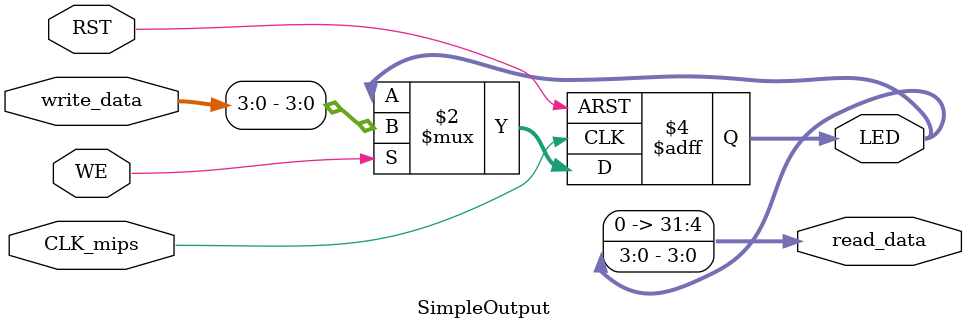
<source format=v>
`timescale 1ns / 1ps

// interface kept identical to all RAM access within the motherboard (including
// reading and writing)
// CLK_mips    (either 12.5 MHz or 1 Hz signal based on clockdiv)
// RST         resets the device
// WE          write enabled (writes data)
// write_data  32 bit bus with data (only 4 lsb) to be written into the LED register if WE
// read_data   32 bit bus returning the data stored in LED register
// LED         4 bit register bus connected to the hardware LED pins

module SimpleOutput(
    input CLK_mips,
    input RST,
    input WE,
    input [31:0] write_data,
    output [31:0] read_data,
    output reg [3:0] LED
    );

// write data
    always @ ( posedge CLK_mips, posedge RST )
        begin
            if ( RST )
                LED <= 4'b0000;
            else
                if ( WE )
                    LED <= write_data[3:0];
        end

// read data
    assign read_data = {28'h0, LED};

endmodule

</source>
